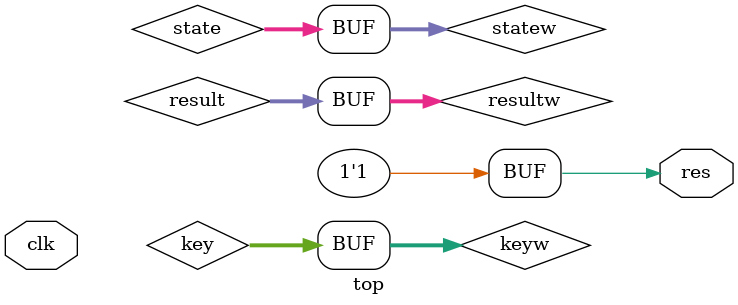
<source format=v>
`include "bufferin.v"
`include "bufferout.v"
module top(
  input clk,
  output res);
  reg [63:0]  state;
  reg [63:0]  key;
  reg [63:0] result;
  
  wire [63:0] statew;
  wire [63:0] keyw;
  wire [63:0] resultw;

  wire [127:0] statebi;
  wire [127:0] keybi;
  wire [127:0] out;
  
  always @(posedge clk)
  begin
    state <= 64'd0;
    key <= 64'd0;
  end
    
  
  assign statew = state;
  assign keyw = key;
  assign resultw = result;
  assign res = 1;

  bufferin bi(.clk(clk)
    ,.statein(statew)
    ,.keyin(keyw)
    ,.stateout(statebi)
    ,.keyout(keybi));

  aes_128 a(.clk(clk)
    ,.state(statebi)
    ,.key(keybi)
    ,.out(out));

  bufferout bo(.clk(clk)
    ,.resultin(out)
    ,.resultout(resultw));

endmodule


</source>
